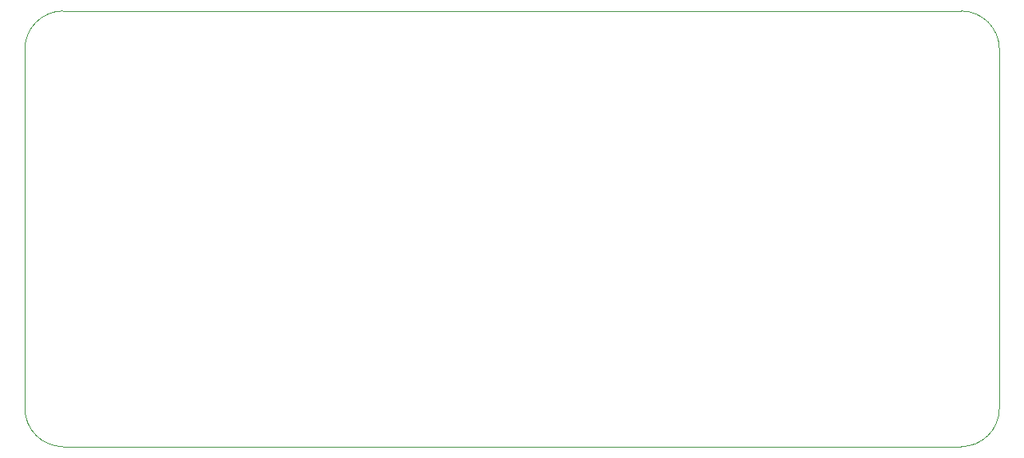
<source format=gm1>
G04 #@! TF.GenerationSoftware,KiCad,Pcbnew,7.0.5*
G04 #@! TF.CreationDate,2024-03-24T13:33:04-05:00*
G04 #@! TF.ProjectId,RotatingSignalStack_board,526f7461-7469-46e6-9753-69676e616c53,rev?*
G04 #@! TF.SameCoordinates,Original*
G04 #@! TF.FileFunction,Profile,NP*
%FSLAX46Y46*%
G04 Gerber Fmt 4.6, Leading zero omitted, Abs format (unit mm)*
G04 Created by KiCad (PCBNEW 7.0.5) date 2024-03-24 13:33:04*
%MOMM*%
%LPD*%
G01*
G04 APERTURE LIST*
G04 #@! TA.AperFunction,Profile*
%ADD10C,0.100000*%
G04 #@! TD*
G04 APERTURE END LIST*
D10*
X226822000Y-123444000D02*
G75*
G03*
X230886000Y-119380000I0J4064000D01*
G01*
X131572000Y-77216000D02*
X226822000Y-77216000D01*
X131572000Y-77216000D02*
G75*
G03*
X127508000Y-81280000I0J-4064000D01*
G01*
X230886000Y-81280000D02*
G75*
G03*
X226822000Y-77216000I-4064000J0D01*
G01*
X226822000Y-123444000D02*
X131572000Y-123444000D01*
X127508000Y-119380000D02*
X127508000Y-81280000D01*
X127508000Y-119380000D02*
G75*
G03*
X131572000Y-123444000I4064000J0D01*
G01*
X230886000Y-81280000D02*
X230886000Y-119380000D01*
M02*

</source>
